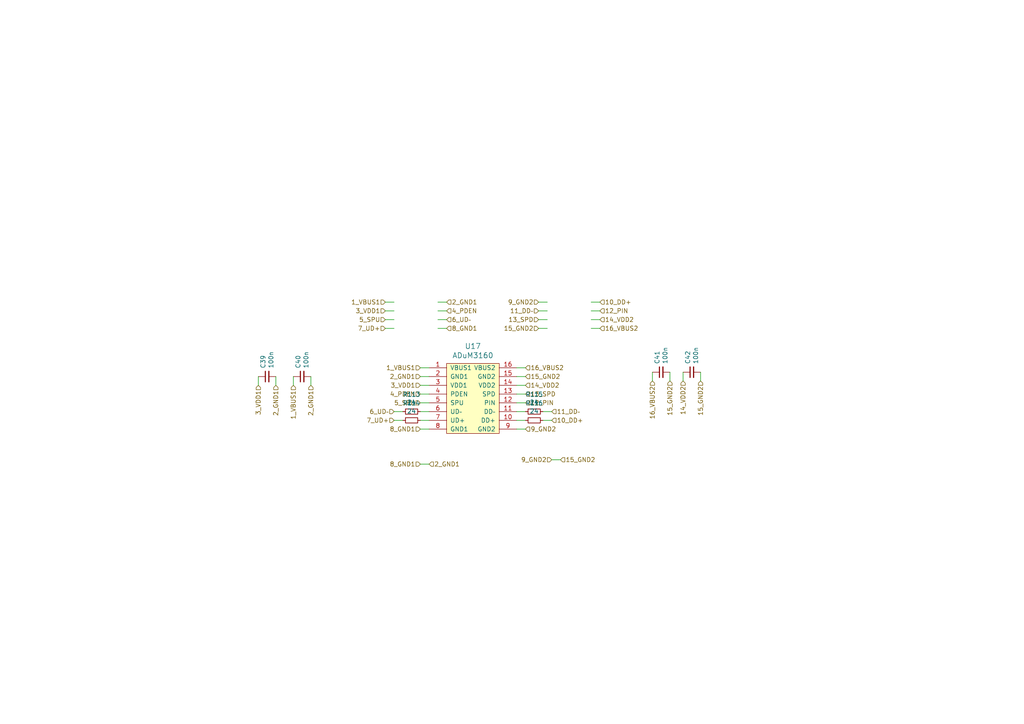
<source format=kicad_sch>
(kicad_sch (version 20210621) (generator eeschema)
  (paper "A4")
  (lib_symbols
    (symbol "FreeEEG32-ads131-rescue:ADuM3160-adum3160" (pin_names (offset 1.016))
      (property "Reference" "U" (at 0 0 0))
      (property "Value" "ADuM3160-adum3160" (at 0 11.43 0))
      (symbol "ADuM3160-adum3160_0_1"
        (rectangle (start -7.62 10.16) (end 7.62 -10.16) (fill (type background)))
      )
      (symbol "ADuM3160-adum3160_1_1"
        (pin power_in line (at -12.7 8.89 0) (length 5.08) (name "VBUS1") (number "1"))
        (pin input line (at 12.7 -6.35 180) (length 5.08) (name "DD+") (number "10"))
        (pin output line (at 12.7 -3.81 180) (length 5.08) (name "DD–") (number "11"))
        (pin input line (at 12.7 -1.27 180) (length 5.08) (name "PIN") (number "12"))
        (pin input line (at 12.7 1.27 180) (length 5.08) (name "SPD") (number "13"))
        (pin power_in line (at 12.7 3.81 180) (length 5.08) (name "VDD2") (number "14"))
        (pin power_in line (at 12.7 6.35 180) (length 5.08) (name "GND2") (number "15"))
        (pin power_in line (at 12.7 8.89 180) (length 5.08) (name "VBUS2") (number "16"))
        (pin power_in line (at -12.7 6.35 0) (length 5.08) (name "GND1") (number "2"))
        (pin power_in line (at -12.7 3.81 0) (length 5.08) (name "VDD1") (number "3"))
        (pin input line (at -12.7 1.27 0) (length 5.08) (name "PDEN") (number "4"))
        (pin input line (at -12.7 -1.27 0) (length 5.08) (name "SPU") (number "5"))
        (pin output line (at -12.7 -3.81 0) (length 5.08) (name "UD–") (number "6"))
        (pin input line (at -12.7 -6.35 0) (length 5.08) (name "UD+") (number "7"))
        (pin power_in line (at -12.7 -8.89 0) (length 5.08) (name "GND1") (number "8"))
        (pin power_in line (at 12.7 -8.89 180) (length 5.08) (name "GND2") (number "9"))
      )
    )
    (symbol "FreeEEG32-ads131-rescue:C_Small-Device" (pin_numbers hide) (pin_names (offset 0.254) hide)
      (property "Reference" "C" (at 0.254 1.778 0))
      (property "Value" "C_Small-Device" (at 0.254 -2.032 0))
      (symbol "C_Small-Device_0_1"
        (polyline (pts (xy -1.524 -0.508) (xy 1.524 -0.508)) (stroke (width 0.3302)))
        (polyline (pts (xy -1.524 0.508) (xy 1.524 0.508)) (stroke (width 0.3048)))
      )
      (symbol "C_Small-Device_1_1"
        (pin passive line (at 0 2.54 270) (length 2.032) (name "~") (number "1"))
        (pin passive line (at 0 -2.54 90) (length 2.032) (name "~") (number "2"))
      )
    )
    (symbol "FreeEEG32-ads131-rescue:R_Small-Device" (pin_numbers hide) (pin_names (offset 0.254) hide)
      (property "Reference" "R" (at 0.762 0.508 0))
      (property "Value" "R_Small-Device" (at 0.762 -1.016 0))
      (symbol "R_Small-Device_0_1"
        (rectangle (start -0.762 1.778) (end 0.762 -1.778) (stroke (width 0.2032)))
      )
      (symbol "R_Small-Device_1_1"
        (pin passive line (at 0 2.54 270) (length 0.762) (name "~") (number "1"))
        (pin passive line (at 0 -2.54 90) (length 0.762) (name "~") (number "2"))
      )
    )
  )
  (wire (pts (xy 74.93 111.76) (xy 74.93 109.22)))
  (wire (pts (xy 80.01 111.76) (xy 80.01 109.22)))
  (wire (pts (xy 85.09 111.76) (xy 85.09 109.22)))
  (wire (pts (xy 90.17 111.76) (xy 90.17 109.22)))
  (wire (pts (xy 111.76 87.63) (xy 114.3 87.63)))
  (wire (pts (xy 111.76 90.17) (xy 114.3 90.17)))
  (wire (pts (xy 111.76 92.71) (xy 114.3 92.71)))
  (wire (pts (xy 111.76 95.25) (xy 114.3 95.25)))
  (wire (pts (xy 116.84 119.38) (xy 114.3 119.38)))
  (wire (pts (xy 116.84 121.92) (xy 114.3 121.92)))
  (wire (pts (xy 121.92 106.68) (xy 124.46 106.68)))
  (wire (pts (xy 121.92 109.22) (xy 124.46 109.22)))
  (wire (pts (xy 121.92 111.76) (xy 124.46 111.76)))
  (wire (pts (xy 121.92 114.3) (xy 124.46 114.3)))
  (wire (pts (xy 121.92 116.84) (xy 124.46 116.84)))
  (wire (pts (xy 121.92 119.38) (xy 124.46 119.38)))
  (wire (pts (xy 121.92 121.92) (xy 124.46 121.92)))
  (wire (pts (xy 121.92 124.46) (xy 124.46 124.46)))
  (wire (pts (xy 121.92 134.62) (xy 124.46 134.62)))
  (wire (pts (xy 129.54 87.63) (xy 127 87.63)))
  (wire (pts (xy 129.54 90.17) (xy 127 90.17)))
  (wire (pts (xy 129.54 92.71) (xy 127 92.71)))
  (wire (pts (xy 129.54 95.25) (xy 127 95.25)))
  (wire (pts (xy 152.4 106.68) (xy 149.86 106.68)))
  (wire (pts (xy 152.4 109.22) (xy 149.86 109.22)))
  (wire (pts (xy 152.4 111.76) (xy 149.86 111.76)))
  (wire (pts (xy 152.4 114.3) (xy 149.86 114.3)))
  (wire (pts (xy 152.4 116.84) (xy 149.86 116.84)))
  (wire (pts (xy 152.4 119.38) (xy 149.86 119.38)))
  (wire (pts (xy 152.4 121.92) (xy 149.86 121.92)))
  (wire (pts (xy 152.4 124.46) (xy 149.86 124.46)))
  (wire (pts (xy 156.21 87.63) (xy 158.75 87.63)))
  (wire (pts (xy 156.21 90.17) (xy 158.75 90.17)))
  (wire (pts (xy 156.21 92.71) (xy 158.75 92.71)))
  (wire (pts (xy 156.21 95.25) (xy 158.75 95.25)))
  (wire (pts (xy 160.02 119.38) (xy 157.48 119.38)))
  (wire (pts (xy 160.02 121.92) (xy 157.48 121.92)))
  (wire (pts (xy 162.56 133.35) (xy 160.02 133.35)))
  (wire (pts (xy 173.99 87.63) (xy 171.45 87.63)))
  (wire (pts (xy 173.99 90.17) (xy 171.45 90.17)))
  (wire (pts (xy 173.99 92.71) (xy 171.45 92.71)))
  (wire (pts (xy 173.99 95.25) (xy 171.45 95.25)))
  (wire (pts (xy 189.23 110.49) (xy 189.23 107.95)))
  (wire (pts (xy 194.31 110.49) (xy 194.31 107.95)))
  (wire (pts (xy 198.12 110.49) (xy 198.12 107.95)))
  (wire (pts (xy 203.2 110.49) (xy 203.2 107.95)))
  (hierarchical_label "3_VDD1" (shape input) (at 74.93 111.76 270))
  (hierarchical_label "2_GND1" (shape input) (at 80.01 111.76 270))
  (hierarchical_label "1_VBUS1" (shape input) (at 85.09 111.76 270))
  (hierarchical_label "2_GND1" (shape input) (at 90.17 111.76 270))
  (hierarchical_label "1_VBUS1" (shape input) (at 111.76 87.63 180))
  (hierarchical_label "3_VDD1" (shape input) (at 111.76 90.17 180))
  (hierarchical_label "5_SPU" (shape input) (at 111.76 92.71 180))
  (hierarchical_label "7_UD+" (shape input) (at 111.76 95.25 180))
  (hierarchical_label "6_UD–" (shape input) (at 114.3 119.38 180))
  (hierarchical_label "7_UD+" (shape input) (at 114.3 121.92 180))
  (hierarchical_label "1_VBUS1" (shape input) (at 121.92 106.68 180))
  (hierarchical_label "2_GND1" (shape input) (at 121.92 109.22 180))
  (hierarchical_label "3_VDD1" (shape input) (at 121.92 111.76 180))
  (hierarchical_label "4_PDEN" (shape input) (at 121.92 114.3 180))
  (hierarchical_label "5_SPU" (shape input) (at 121.92 116.84 180))
  (hierarchical_label "8_GND1" (shape input) (at 121.92 124.46 180))
  (hierarchical_label "8_GND1" (shape input) (at 121.92 134.62 180))
  (hierarchical_label "2_GND1" (shape input) (at 124.46 134.62 0))
  (hierarchical_label "2_GND1" (shape input) (at 129.54 87.63 0))
  (hierarchical_label "4_PDEN" (shape input) (at 129.54 90.17 0))
  (hierarchical_label "6_UD–" (shape input) (at 129.54 92.71 0))
  (hierarchical_label "8_GND1" (shape input) (at 129.54 95.25 0))
  (hierarchical_label "16_VBUS2" (shape input) (at 152.4 106.68 0))
  (hierarchical_label "15_GND2" (shape input) (at 152.4 109.22 0))
  (hierarchical_label "14_VDD2" (shape input) (at 152.4 111.76 0))
  (hierarchical_label "13_SPD" (shape input) (at 152.4 114.3 0))
  (hierarchical_label "12_PIN" (shape input) (at 152.4 116.84 0))
  (hierarchical_label "9_GND2" (shape input) (at 152.4 124.46 0))
  (hierarchical_label "9_GND2" (shape input) (at 156.21 87.63 180))
  (hierarchical_label "11_DD–" (shape input) (at 156.21 90.17 180))
  (hierarchical_label "13_SPD" (shape input) (at 156.21 92.71 180))
  (hierarchical_label "15_GND2" (shape input) (at 156.21 95.25 180))
  (hierarchical_label "11_DD–" (shape input) (at 160.02 119.38 0))
  (hierarchical_label "10_DD+" (shape input) (at 160.02 121.92 0))
  (hierarchical_label "9_GND2" (shape input) (at 160.02 133.35 180))
  (hierarchical_label "15_GND2" (shape input) (at 162.56 133.35 0))
  (hierarchical_label "10_DD+" (shape input) (at 173.99 87.63 0))
  (hierarchical_label "12_PIN" (shape input) (at 173.99 90.17 0))
  (hierarchical_label "14_VDD2" (shape input) (at 173.99 92.71 0))
  (hierarchical_label "16_VBUS2" (shape input) (at 173.99 95.25 0))
  (hierarchical_label "16_VBUS2" (shape input) (at 189.23 110.49 270))
  (hierarchical_label "15_GND2" (shape input) (at 194.31 110.49 270))
  (hierarchical_label "14_VDD2" (shape input) (at 198.12 110.49 270))
  (hierarchical_label "15_GND2" (shape input) (at 203.2 110.49 270))
  (symbol (lib_id "FreeEEG32-ads131-rescue:R_Small-Device") (at 119.38 119.38 270) (unit 1)
    (property "Reference" "R113" (at 119.38 114.4016 90))
    (property "Value" "24" (at 119.38 116.713 90))
    (property "Footprint" "Resistor_SMD:R_0402_1005Metric" (effects hide))
    (property "MNP" "RC0402FR-0724RL" (effects hide))
  )
  (symbol (lib_id "FreeEEG32-ads131-rescue:R_Small-Device") (at 119.38 121.92 270) (unit 1)
    (property "Reference" "R114" (at 119.38 116.9416 90))
    (property "Value" "24" (at 119.38 119.253 90))
    (property "Footprint" "Resistor_SMD:R_0402_1005Metric" (effects hide))
    (property "MNP" "RC0402FR-0724RL" (effects hide))
  )
  (symbol (lib_id "FreeEEG32-ads131-rescue:R_Small-Device") (at 154.94 119.38 270) (unit 1)
    (property "Reference" "R115" (at 154.94 114.4016 90))
    (property "Value" "24" (at 154.94 116.713 90))
    (property "Footprint" "Resistor_SMD:R_0402_1005Metric" (effects hide))
    (property "MNP" "RC0402FR-0724RL" (effects hide))
  )
  (symbol (lib_id "FreeEEG32-ads131-rescue:R_Small-Device") (at 154.94 121.92 270) (unit 1)
    (property "Reference" "R116" (at 154.94 116.9416 90))
    (property "Value" "24" (at 154.94 119.253 90))
    (property "Footprint" "Resistor_SMD:R_0402_1005Metric" (effects hide))
    (property "MNP" "RC0402FR-0724RL" (effects hide))
  )
  (symbol (lib_id "FreeEEG32-ads131-rescue:C_Small-Device") (at 77.47 109.22 90) (unit 1)
    (property "Reference" "C39" (at 76.3016 106.8832 0) (effects (justify left)))
    (property "Value" "100n" (at 78.613 106.8832 0) (effects (justify left)))
    (property "Footprint" "Capacitor_SMD:C_0402_1005Metric" (effects hide))
    (property "MNP" "CL05B104KO5NNNC" (effects hide))
  )
  (symbol (lib_id "FreeEEG32-ads131-rescue:C_Small-Device") (at 87.63 109.22 90) (unit 1)
    (property "Reference" "C40" (at 86.4616 106.8832 0) (effects (justify left)))
    (property "Value" "100n" (at 88.773 106.8832 0) (effects (justify left)))
    (property "Footprint" "Capacitor_SMD:C_0402_1005Metric" (effects hide))
    (property "MNP" "CL05B104KO5NNNC" (effects hide))
  )
  (symbol (lib_id "FreeEEG32-ads131-rescue:C_Small-Device") (at 191.77 107.95 90) (unit 1)
    (property "Reference" "C41" (at 190.6016 105.6132 0) (effects (justify left)))
    (property "Value" "100n" (at 192.913 105.6132 0) (effects (justify left)))
    (property "Footprint" "Capacitor_SMD:C_0402_1005Metric" (effects hide))
    (property "MNP" "CL05B104KO5NNNC" (effects hide))
  )
  (symbol (lib_id "FreeEEG32-ads131-rescue:C_Small-Device") (at 200.66 107.95 90) (unit 1)
    (property "Reference" "C42" (at 199.4916 105.6132 0) (effects (justify left)))
    (property "Value" "100n" (at 201.803 105.6132 0) (effects (justify left)))
    (property "Footprint" "Capacitor_SMD:C_0402_1005Metric" (effects hide))
    (property "MNP" "CL05B104KO5NNNC" (effects hide))
  )
  (symbol (lib_id "FreeEEG32-ads131-rescue:ADuM3160-adum3160") (at 137.16 115.57 0) (unit 1)
    (property "Reference" "U17" (at 137.16 100.4062 0) (effects (font (size 1.524 1.524))))
    (property "Value" "ADuM3160" (at 137.16 103.0986 0) (effects (font (size 1.524 1.524))))
    (property "Footprint" "Package_SO:SOIC-16W_7.5x10.3mm_P1.27mm" (effects hide))
    (property "MNP" "ADUM3160BRWZ" (effects hide))
  )
)
</source>
